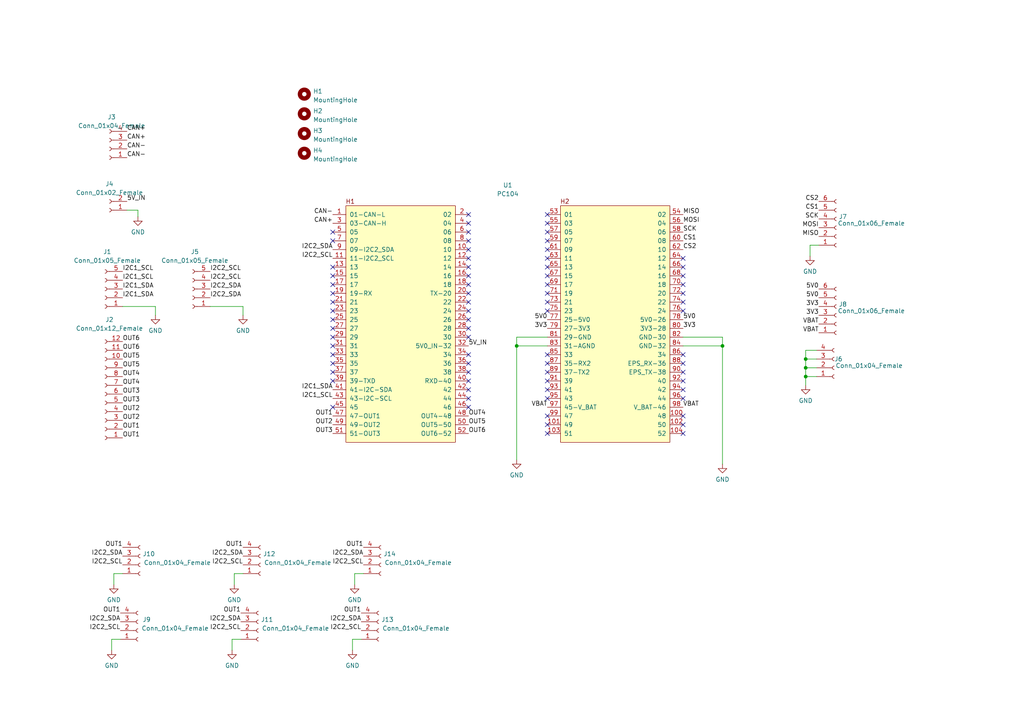
<source format=kicad_sch>
(kicad_sch (version 20211123) (generator eeschema)
  (paper "A4")
  (lib_symbols
    (symbol "Connector:Conn_01x02_Female" (pin_names (offset 1.016) hide)
      (property "Reference" "J" (at 0 2.54 0))
      (property "Value" "Conn_01x02_Female" (at 0 -5.08 0))
      (symbol "Conn_01x02_Female_1_1"
        (arc (start 0 -2.032) (mid -0.508 -2.54) (end 0 -3.048) (stroke (width 0.1524)))
        (polyline (pts (xy -1.27 -2.54) (xy -0.508 -2.54)) (stroke (width 0.1524)))
        (polyline (pts (xy -1.27 0) (xy -0.508 0)) (stroke (width 0.1524)))
        (arc (start 0 0.508) (mid -0.508 0) (end 0 -0.508) (stroke (width 0.1524)))
        (pin passive line (at -5.08 0 0) (length 3.81) (name "Pin_1") (number "1"))
        (pin passive line (at -5.08 -2.54 0) (length 3.81) (name "Pin_2") (number "2"))
      )
    )
    (symbol "Connector:Conn_01x04_Female" (pin_names (offset 1.016) hide)
      (property "Reference" "J" (at 0 5.08 0))
      (property "Value" "Conn_01x04_Female" (at 0 -7.62 0))
      (symbol "Conn_01x04_Female_1_1"
        (arc (start 0 -4.572) (mid -0.508 -5.08) (end 0 -5.588) (stroke (width 0.1524)))
        (arc (start 0 -2.032) (mid -0.508 -2.54) (end 0 -3.048) (stroke (width 0.1524)))
        (polyline (pts (xy -1.27 -5.08) (xy -0.508 -5.08)) (stroke (width 0.1524)))
        (polyline (pts (xy -1.27 -2.54) (xy -0.508 -2.54)) (stroke (width 0.1524)))
        (polyline (pts (xy -1.27 0) (xy -0.508 0)) (stroke (width 0.1524)))
        (polyline (pts (xy -1.27 2.54) (xy -0.508 2.54)) (stroke (width 0.1524)))
        (arc (start 0 0.508) (mid -0.508 0) (end 0 -0.508) (stroke (width 0.1524)))
        (arc (start 0 3.048) (mid -0.508 2.54) (end 0 2.032) (stroke (width 0.1524)))
        (pin passive line (at -5.08 2.54 0) (length 3.81) (name "Pin_1") (number "1"))
        (pin passive line (at -5.08 0 0) (length 3.81) (name "Pin_2") (number "2"))
        (pin passive line (at -5.08 -2.54 0) (length 3.81) (name "Pin_3") (number "3"))
        (pin passive line (at -5.08 -5.08 0) (length 3.81) (name "Pin_4") (number "4"))
      )
    )
    (symbol "Connector:Conn_01x05_Female" (pin_names (offset 1.016) hide)
      (property "Reference" "J" (at 0 7.62 0))
      (property "Value" "Conn_01x05_Female" (at 0 -7.62 0))
      (symbol "Conn_01x05_Female_1_1"
        (arc (start 0 -4.572) (mid -0.508 -5.08) (end 0 -5.588) (stroke (width 0.1524)))
        (arc (start 0 -2.032) (mid -0.508 -2.54) (end 0 -3.048) (stroke (width 0.1524)))
        (polyline (pts (xy -1.27 -5.08) (xy -0.508 -5.08)) (stroke (width 0.1524)))
        (polyline (pts (xy -1.27 -2.54) (xy -0.508 -2.54)) (stroke (width 0.1524)))
        (polyline (pts (xy -1.27 0) (xy -0.508 0)) (stroke (width 0.1524)))
        (polyline (pts (xy -1.27 2.54) (xy -0.508 2.54)) (stroke (width 0.1524)))
        (polyline (pts (xy -1.27 5.08) (xy -0.508 5.08)) (stroke (width 0.1524)))
        (arc (start 0 0.508) (mid -0.508 0) (end 0 -0.508) (stroke (width 0.1524)))
        (arc (start 0 3.048) (mid -0.508 2.54) (end 0 2.032) (stroke (width 0.1524)))
        (arc (start 0 5.588) (mid -0.508 5.08) (end 0 4.572) (stroke (width 0.1524)))
        (pin passive line (at -5.08 5.08 0) (length 3.81) (name "Pin_1") (number "1"))
        (pin passive line (at -5.08 2.54 0) (length 3.81) (name "Pin_2") (number "2"))
        (pin passive line (at -5.08 0 0) (length 3.81) (name "Pin_3") (number "3"))
        (pin passive line (at -5.08 -2.54 0) (length 3.81) (name "Pin_4") (number "4"))
        (pin passive line (at -5.08 -5.08 0) (length 3.81) (name "Pin_5") (number "5"))
      )
    )
    (symbol "Connector:Conn_01x06_Female" (pin_names (offset 1.016) hide)
      (property "Reference" "J" (at 0 7.62 0))
      (property "Value" "Conn_01x06_Female" (at 0 -10.16 0))
      (symbol "Conn_01x06_Female_1_1"
        (arc (start 0 -7.112) (mid -0.508 -7.62) (end 0 -8.128) (stroke (width 0.1524)))
        (arc (start 0 -4.572) (mid -0.508 -5.08) (end 0 -5.588) (stroke (width 0.1524)))
        (arc (start 0 -2.032) (mid -0.508 -2.54) (end 0 -3.048) (stroke (width 0.1524)))
        (polyline (pts (xy -1.27 -7.62) (xy -0.508 -7.62)) (stroke (width 0.1524)))
        (polyline (pts (xy -1.27 -5.08) (xy -0.508 -5.08)) (stroke (width 0.1524)))
        (polyline (pts (xy -1.27 -2.54) (xy -0.508 -2.54)) (stroke (width 0.1524)))
        (polyline (pts (xy -1.27 0) (xy -0.508 0)) (stroke (width 0.1524)))
        (polyline (pts (xy -1.27 2.54) (xy -0.508 2.54)) (stroke (width 0.1524)))
        (polyline (pts (xy -1.27 5.08) (xy -0.508 5.08)) (stroke (width 0.1524)))
        (arc (start 0 0.508) (mid -0.508 0) (end 0 -0.508) (stroke (width 0.1524)))
        (arc (start 0 3.048) (mid -0.508 2.54) (end 0 2.032) (stroke (width 0.1524)))
        (arc (start 0 5.588) (mid -0.508 5.08) (end 0 4.572) (stroke (width 0.1524)))
        (pin passive line (at -5.08 5.08 0) (length 3.81) (name "Pin_1") (number "1"))
        (pin passive line (at -5.08 2.54 0) (length 3.81) (name "Pin_2") (number "2"))
        (pin passive line (at -5.08 0 0) (length 3.81) (name "Pin_3") (number "3"))
        (pin passive line (at -5.08 -2.54 0) (length 3.81) (name "Pin_4") (number "4"))
        (pin passive line (at -5.08 -5.08 0) (length 3.81) (name "Pin_5") (number "5"))
        (pin passive line (at -5.08 -7.62 0) (length 3.81) (name "Pin_6") (number "6"))
      )
    )
    (symbol "Connector:Conn_01x12_Female" (pin_names (offset 1.016) hide)
      (property "Reference" "J" (at 0 15.24 0))
      (property "Value" "Conn_01x12_Female" (at 0 -17.78 0))
      (symbol "Conn_01x12_Female_1_1"
        (arc (start 0 -14.732) (mid -0.508 -15.24) (end 0 -15.748) (stroke (width 0.1524)))
        (arc (start 0 -12.192) (mid -0.508 -12.7) (end 0 -13.208) (stroke (width 0.1524)))
        (arc (start 0 -9.652) (mid -0.508 -10.16) (end 0 -10.668) (stroke (width 0.1524)))
        (arc (start 0 -7.112) (mid -0.508 -7.62) (end 0 -8.128) (stroke (width 0.1524)))
        (arc (start 0 -4.572) (mid -0.508 -5.08) (end 0 -5.588) (stroke (width 0.1524)))
        (arc (start 0 -2.032) (mid -0.508 -2.54) (end 0 -3.048) (stroke (width 0.1524)))
        (polyline (pts (xy -1.27 -15.24) (xy -0.508 -15.24)) (stroke (width 0.1524)))
        (polyline (pts (xy -1.27 -12.7) (xy -0.508 -12.7)) (stroke (width 0.1524)))
        (polyline (pts (xy -1.27 -10.16) (xy -0.508 -10.16)) (stroke (width 0.1524)))
        (polyline (pts (xy -1.27 -7.62) (xy -0.508 -7.62)) (stroke (width 0.1524)))
        (polyline (pts (xy -1.27 -5.08) (xy -0.508 -5.08)) (stroke (width 0.1524)))
        (polyline (pts (xy -1.27 -2.54) (xy -0.508 -2.54)) (stroke (width 0.1524)))
        (polyline (pts (xy -1.27 0) (xy -0.508 0)) (stroke (width 0.1524)))
        (polyline (pts (xy -1.27 2.54) (xy -0.508 2.54)) (stroke (width 0.1524)))
        (polyline (pts (xy -1.27 5.08) (xy -0.508 5.08)) (stroke (width 0.1524)))
        (polyline (pts (xy -1.27 7.62) (xy -0.508 7.62)) (stroke (width 0.1524)))
        (polyline (pts (xy -1.27 10.16) (xy -0.508 10.16)) (stroke (width 0.1524)))
        (polyline (pts (xy -1.27 12.7) (xy -0.508 12.7)) (stroke (width 0.1524)))
        (arc (start 0 0.508) (mid -0.508 0) (end 0 -0.508) (stroke (width 0.1524)))
        (arc (start 0 3.048) (mid -0.508 2.54) (end 0 2.032) (stroke (width 0.1524)))
        (arc (start 0 5.588) (mid -0.508 5.08) (end 0 4.572) (stroke (width 0.1524)))
        (arc (start 0 8.128) (mid -0.508 7.62) (end 0 7.112) (stroke (width 0.1524)))
        (arc (start 0 10.668) (mid -0.508 10.16) (end 0 9.652) (stroke (width 0.1524)))
        (arc (start 0 13.208) (mid -0.508 12.7) (end 0 12.192) (stroke (width 0.1524)))
        (pin passive line (at -5.08 12.7 0) (length 3.81) (name "Pin_1") (number "1"))
        (pin passive line (at -5.08 -10.16 0) (length 3.81) (name "Pin_10") (number "10"))
        (pin passive line (at -5.08 -12.7 0) (length 3.81) (name "Pin_11") (number "11"))
        (pin passive line (at -5.08 -15.24 0) (length 3.81) (name "Pin_12") (number "12"))
        (pin passive line (at -5.08 10.16 0) (length 3.81) (name "Pin_2") (number "2"))
        (pin passive line (at -5.08 7.62 0) (length 3.81) (name "Pin_3") (number "3"))
        (pin passive line (at -5.08 5.08 0) (length 3.81) (name "Pin_4") (number "4"))
        (pin passive line (at -5.08 2.54 0) (length 3.81) (name "Pin_5") (number "5"))
        (pin passive line (at -5.08 0 0) (length 3.81) (name "Pin_6") (number "6"))
        (pin passive line (at -5.08 -2.54 0) (length 3.81) (name "Pin_7") (number "7"))
        (pin passive line (at -5.08 -5.08 0) (length 3.81) (name "Pin_8") (number "8"))
        (pin passive line (at -5.08 -7.62 0) (length 3.81) (name "Pin_9") (number "9"))
      )
    )
    (symbol "Mechanical:MountingHole" (pin_names (offset 1.016))
      (property "Reference" "H" (at 0 5.08 0))
      (property "Value" "MountingHole" (at 0 3.175 0))
      (symbol "MountingHole_0_1"
        (circle (center 0 0) (radius 1.27) (stroke (width 1.27)))
      )
    )
    (symbol "cubesat_obc_lib:PC104" (pin_names (offset 1.016))
      (property "Reference" "U" (at 44.45 34.29 0))
      (property "Value" "PC104" (at 43.18 -36.83 0))
      (symbol "PC104_0_0"
        (text "H1" (at -45.72 34.29 0) (effects (font (size 1.27 1.27))))
        (text "H2" (at 16.51 34.29 0) (effects (font (size 1.27 1.27))))
      )
      (symbol "PC104_0_1"
        (rectangle (start -46.99 33.02) (end -15.24 -35.56) (fill (type background)))
        (rectangle (start 15.24 -35.56) (end 46.99 33.02) (fill (type background)))
      )
      (symbol "PC104_1_1"
        (pin bidirectional line (at -50.8 30.48 0) (length 3.81) (name "01-CAN-L") (number "1"))
        (pin input line (at -11.43 20.32 180) (length 3.81) (name "10") (number "10"))
        (pin output line (at 50.8 -27.94 180) (length 3.81) (name "48") (number "100"))
        (pin output line (at 11.43 -30.48 0) (length 3.81) (name "49") (number "101"))
        (pin output line (at 50.8 -30.48 180) (length 3.81) (name "50") (number "102"))
        (pin output line (at 11.43 -33.02 0) (length 3.81) (name "51") (number "103"))
        (pin output line (at 50.8 -33.02 180) (length 3.81) (name "52") (number "104"))
        (pin input line (at -50.8 17.78 0) (length 3.81) (name "11-I2C2_SCL") (number "11"))
        (pin input line (at -11.43 17.78 180) (length 3.81) (name "12") (number "12"))
        (pin input line (at -50.8 15.24 0) (length 3.81) (name "13") (number "13"))
        (pin input line (at -11.43 15.24 180) (length 3.81) (name "14") (number "14"))
        (pin input line (at -50.8 12.7 0) (length 3.81) (name "15") (number "15"))
        (pin input line (at -11.43 12.7 180) (length 3.81) (name "16") (number "16"))
        (pin input line (at -50.8 10.16 0) (length 3.81) (name "17") (number "17"))
        (pin input line (at -11.43 10.16 180) (length 3.81) (name "18") (number "18"))
        (pin input line (at -50.8 7.62 0) (length 3.81) (name "19-RX") (number "19"))
        (pin input line (at -11.43 30.48 180) (length 3.81) (name "02") (number "2"))
        (pin output line (at -11.43 7.62 180) (length 3.81) (name "TX-20") (number "20"))
        (pin input line (at -50.8 5.08 0) (length 3.81) (name "21") (number "21"))
        (pin input line (at -11.43 5.08 180) (length 3.81) (name "22") (number "22"))
        (pin input line (at -50.8 2.54 0) (length 3.81) (name "23") (number "23"))
        (pin input line (at -11.43 2.54 180) (length 3.81) (name "24") (number "24"))
        (pin input line (at -50.8 0 0) (length 3.81) (name "25") (number "25"))
        (pin input line (at -11.43 0 180) (length 3.81) (name "26") (number "26"))
        (pin input line (at -50.8 -2.54 0) (length 3.81) (name "27") (number "27"))
        (pin input line (at -11.43 -2.54 180) (length 3.81) (name "28") (number "28"))
        (pin input line (at -50.8 -5.08 0) (length 3.81) (name "29") (number "29"))
        (pin bidirectional line (at -50.8 27.94 0) (length 3.81) (name "03-CAN-H") (number "3"))
        (pin input line (at -11.43 -5.08 180) (length 3.81) (name "30") (number "30"))
        (pin input line (at -50.8 -7.62 0) (length 3.81) (name "31") (number "31"))
        (pin input line (at -11.43 -7.62 180) (length 3.81) (name "5V0_IN-32") (number "32"))
        (pin input line (at -50.8 -10.16 0) (length 3.81) (name "33") (number "33"))
        (pin input line (at -11.43 -10.16 180) (length 3.81) (name "34") (number "34"))
        (pin input line (at -50.8 -12.7 0) (length 3.81) (name "35") (number "35"))
        (pin input line (at -11.43 -12.7 180) (length 3.81) (name "36") (number "36"))
        (pin input line (at -50.8 -15.24 0) (length 3.81) (name "37") (number "37"))
        (pin input line (at -11.43 -15.24 180) (length 3.81) (name "38") (number "38"))
        (pin output line (at -50.8 -17.78 0) (length 3.81) (name "39-TXD") (number "39"))
        (pin input line (at -11.43 27.94 180) (length 3.81) (name "04") (number "4"))
        (pin input line (at -11.43 -17.78 180) (length 3.81) (name "RXD-40") (number "40"))
        (pin bidirectional line (at -50.8 -20.32 0) (length 3.81) (name "41-I2C-SDA") (number "41"))
        (pin input line (at -11.43 -20.32 180) (length 3.81) (name "42") (number "42"))
        (pin input line (at -50.8 -22.86 0) (length 3.81) (name "43-I2C-SCL") (number "43"))
        (pin input line (at -11.43 -22.86 180) (length 3.81) (name "44") (number "44"))
        (pin input line (at -50.8 -25.4 0) (length 3.81) (name "45") (number "45"))
        (pin input line (at -11.43 -25.4 180) (length 3.81) (name "46") (number "46"))
        (pin output line (at -50.8 -27.94 0) (length 3.81) (name "47-OUT1") (number "47"))
        (pin output line (at -11.43 -27.94 180) (length 3.81) (name "OUT4-48") (number "48"))
        (pin output line (at -50.8 -30.48 0) (length 3.81) (name "49-OUT2") (number "49"))
        (pin input line (at -50.8 25.4 0) (length 3.81) (name "05") (number "5"))
        (pin output line (at -11.43 -30.48 180) (length 3.81) (name "OUT5-50") (number "50"))
        (pin output line (at -50.8 -33.02 0) (length 3.81) (name "51-OUT3") (number "51"))
        (pin output line (at -11.43 -33.02 180) (length 3.81) (name "OUT6-52") (number "52"))
        (pin output line (at 11.43 30.48 0) (length 3.81) (name "01") (number "53"))
        (pin output line (at 50.8 30.48 180) (length 3.81) (name "02") (number "54"))
        (pin output line (at 11.43 27.94 0) (length 3.81) (name "03") (number "55"))
        (pin output line (at 50.8 27.94 180) (length 3.81) (name "04") (number "56"))
        (pin output line (at 11.43 25.4 0) (length 3.81) (name "05") (number "57"))
        (pin output line (at 50.8 25.4 180) (length 3.81) (name "06") (number "58"))
        (pin output line (at 11.43 22.86 0) (length 3.81) (name "07") (number "59"))
        (pin input line (at -11.43 25.4 180) (length 3.81) (name "06") (number "6"))
        (pin output line (at 50.8 22.86 180) (length 3.81) (name "08") (number "60"))
        (pin output line (at 11.43 20.32 0) (length 3.81) (name "09") (number "61"))
        (pin output line (at 50.8 20.32 180) (length 3.81) (name "10") (number "62"))
        (pin output line (at 11.43 17.78 0) (length 3.81) (name "11") (number "63"))
        (pin output line (at 50.8 17.78 180) (length 3.81) (name "12") (number "64"))
        (pin output line (at 11.43 15.24 0) (length 3.81) (name "13") (number "65"))
        (pin output line (at 50.8 15.24 180) (length 3.81) (name "14") (number "66"))
        (pin output line (at 11.43 12.7 0) (length 3.81) (name "15") (number "67"))
        (pin output line (at 50.8 12.7 180) (length 3.81) (name "16") (number "68"))
        (pin output line (at 11.43 10.16 0) (length 3.81) (name "17") (number "69"))
        (pin input line (at -50.8 22.86 0) (length 3.81) (name "07") (number "7"))
        (pin output line (at 50.8 10.16 180) (length 3.81) (name "18") (number "70"))
        (pin output line (at 11.43 7.62 0) (length 3.81) (name "19") (number "71"))
        (pin output line (at 50.8 7.62 180) (length 3.81) (name "20") (number "72"))
        (pin output line (at 11.43 5.08 0) (length 3.81) (name "21") (number "73"))
        (pin output line (at 50.8 5.08 180) (length 3.81) (name "22") (number "74"))
        (pin output line (at 11.43 2.54 0) (length 3.81) (name "23") (number "75"))
        (pin output line (at 50.8 2.54 180) (length 3.81) (name "24") (number "76"))
        (pin output line (at 11.43 0 0) (length 3.81) (name "25-5V0") (number "77"))
        (pin output line (at 50.8 0 180) (length 3.81) (name "5V0-26") (number "78"))
        (pin output line (at 11.43 -2.54 0) (length 3.81) (name "27-3V3") (number "79"))
        (pin input line (at -11.43 22.86 180) (length 3.81) (name "08") (number "8"))
        (pin output line (at 50.8 -2.54 180) (length 3.81) (name "3V3-28") (number "80"))
        (pin output line (at 11.43 -5.08 0) (length 3.81) (name "29-GND") (number "81"))
        (pin output line (at 50.8 -5.08 180) (length 3.81) (name "GND-30") (number "82"))
        (pin output line (at 11.43 -7.62 0) (length 3.81) (name "31-AGND") (number "83"))
        (pin output line (at 50.8 -7.62 180) (length 3.81) (name "GND-32") (number "84"))
        (pin output line (at 11.43 -10.16 0) (length 3.81) (name "33") (number "85"))
        (pin output line (at 50.8 -10.16 180) (length 3.81) (name "34") (number "86"))
        (pin input line (at 11.43 -12.7 0) (length 3.81) (name "35-RX2") (number "87"))
        (pin input line (at 50.8 -12.7 180) (length 3.81) (name "EPS_RX-36") (number "88"))
        (pin output line (at 11.43 -15.24 0) (length 3.81) (name "37-TX2") (number "89"))
        (pin bidirectional line (at -50.8 20.32 0) (length 3.81) (name "09-I2C2_SDA") (number "9"))
        (pin output line (at 50.8 -15.24 180) (length 3.81) (name "EPS_TX-38") (number "90"))
        (pin output line (at 11.43 -17.78 0) (length 3.81) (name "39") (number "91"))
        (pin output line (at 50.8 -17.78 180) (length 3.81) (name "40") (number "92"))
        (pin output line (at 11.43 -20.32 0) (length 3.81) (name "41") (number "93"))
        (pin output line (at 50.8 -20.32 180) (length 3.81) (name "42") (number "94"))
        (pin output line (at 11.43 -22.86 0) (length 3.81) (name "43") (number "95"))
        (pin output line (at 50.8 -22.86 180) (length 3.81) (name "44") (number "96"))
        (pin output line (at 11.43 -25.4 0) (length 3.81) (name "45-V_BAT") (number "97"))
        (pin output line (at 50.8 -25.4 180) (length 3.81) (name "V_BAT-46") (number "98"))
        (pin output line (at 11.43 -27.94 0) (length 3.81) (name "47") (number "99"))
      )
    )
    (symbol "power:GND" (power) (pin_names (offset 0))
      (property "Value" "GND" (at 0 -3.81 0))
      (symbol "GND_0_1"
        (polyline (pts (xy 0 0) (xy 0 -1.27) (xy 1.27 -1.27) (xy 0 -2.54) (xy -1.27 -1.27) (xy 0 -1.27)))
      )
      (symbol "GND_1_1"
        (pin power_in line (at 0 0 270) (length 0) hide (name "GND") (number "1"))
      )
    )
  )
  (junction (at 149.86 100.33))
  (junction (at 233.68 104.14))
  (junction (at 233.68 106.68))
  (junction (at 233.68 109.22))
  (junction (at 209.55 100.33))
  (no_connect (at 198.12 102.87))
  (no_connect (at 198.12 74.93))
  (no_connect (at 198.12 77.47))
  (no_connect (at 198.12 80.01))
  (no_connect (at 198.12 82.55))
  (no_connect (at 198.12 85.09))
  (no_connect (at 198.12 87.63))
  (no_connect (at 198.12 90.17))
  (no_connect (at 198.12 120.65))
  (no_connect (at 198.12 123.19))
  (no_connect (at 198.12 125.73))
  (no_connect (at 198.12 105.41))
  (no_connect (at 198.12 107.95))
  (no_connect (at 198.12 110.49))
  (no_connect (at 198.12 113.03))
  (no_connect (at 198.12 115.57))
  (no_connect (at 158.75 125.73))
  (no_connect (at 158.75 102.87))
  (no_connect (at 158.75 105.41))
  (no_connect (at 158.75 107.95))
  (no_connect (at 158.75 110.49))
  (no_connect (at 158.75 113.03))
  (no_connect (at 158.75 115.57))
  (no_connect (at 158.75 120.65))
  (no_connect (at 158.75 123.19))
  (no_connect (at 158.75 87.63))
  (no_connect (at 158.75 90.17))
  (no_connect (at 158.75 64.77))
  (no_connect (at 158.75 67.31))
  (no_connect (at 158.75 69.85))
  (no_connect (at 158.75 72.39))
  (no_connect (at 158.75 74.93))
  (no_connect (at 158.75 77.47))
  (no_connect (at 158.75 80.01))
  (no_connect (at 158.75 82.55))
  (no_connect (at 158.75 85.09))
  (no_connect (at 135.89 118.11))
  (no_connect (at 135.89 115.57))
  (no_connect (at 135.89 113.03))
  (no_connect (at 135.89 110.49))
  (no_connect (at 135.89 107.95))
  (no_connect (at 135.89 105.41))
  (no_connect (at 135.89 102.87))
  (no_connect (at 135.89 97.79))
  (no_connect (at 135.89 95.25))
  (no_connect (at 135.89 92.71))
  (no_connect (at 135.89 90.17))
  (no_connect (at 135.89 87.63))
  (no_connect (at 96.52 77.47))
  (no_connect (at 96.52 80.01))
  (no_connect (at 96.52 82.55))
  (no_connect (at 96.52 85.09))
  (no_connect (at 96.52 67.31))
  (no_connect (at 96.52 69.85))
  (no_connect (at 96.52 87.63))
  (no_connect (at 96.52 90.17))
  (no_connect (at 96.52 105.41))
  (no_connect (at 96.52 107.95))
  (no_connect (at 96.52 110.49))
  (no_connect (at 96.52 118.11))
  (no_connect (at 96.52 92.71))
  (no_connect (at 96.52 95.25))
  (no_connect (at 96.52 97.79))
  (no_connect (at 96.52 100.33))
  (no_connect (at 96.52 102.87))
  (no_connect (at 135.89 85.09))
  (no_connect (at 135.89 82.55))
  (no_connect (at 135.89 80.01))
  (no_connect (at 135.89 77.47))
  (no_connect (at 135.89 74.93))
  (no_connect (at 135.89 72.39))
  (no_connect (at 135.89 69.85))
  (no_connect (at 135.89 67.31))
  (no_connect (at 135.89 64.77))
  (no_connect (at 135.89 62.23))
  (no_connect (at 158.75 62.23))
  (wire (pts (xy 209.55 134.62) (xy 209.55 100.33)))
  (wire (pts (xy 69.85 185.42) (xy 67.31 185.42)))
  (wire (pts (xy 70.485 91.44) (xy 70.485 88.9)))
  (wire (pts (xy 149.86 100.33) (xy 158.75 100.33)))
  (wire (pts (xy 233.68 101.6) (xy 236.855 101.6)))
  (wire (pts (xy 233.68 109.22) (xy 233.68 106.68)))
  (wire (pts (xy 104.775 185.42) (xy 102.235 185.42)))
  (wire (pts (xy 105.41 166.37) (xy 102.87 166.37)))
  (wire (pts (xy 149.86 97.79) (xy 158.75 97.79)))
  (wire (pts (xy 70.485 88.9) (xy 60.96 88.9)))
  (wire (pts (xy 67.31 185.42) (xy 67.31 188.595)))
  (wire (pts (xy 102.87 166.37) (xy 102.87 169.545)))
  (wire (pts (xy 233.68 104.14) (xy 233.68 101.6)))
  (wire (pts (xy 233.68 104.14) (xy 236.855 104.14)))
  (wire (pts (xy 209.55 100.33) (xy 209.55 97.79)))
  (wire (pts (xy 233.68 111.76) (xy 233.68 109.22)))
  (wire (pts (xy 70.485 166.37) (xy 67.945 166.37)))
  (wire (pts (xy 233.68 106.68) (xy 236.855 106.68)))
  (wire (pts (xy 45.085 88.9) (xy 35.56 88.9)))
  (wire (pts (xy 34.925 185.42) (xy 32.385 185.42)))
  (wire (pts (xy 40.005 62.865) (xy 40.005 60.96)))
  (wire (pts (xy 233.68 106.68) (xy 233.68 104.14)))
  (wire (pts (xy 102.235 185.42) (xy 102.235 188.595)))
  (wire (pts (xy 67.945 166.37) (xy 67.945 169.545)))
  (wire (pts (xy 32.385 185.42) (xy 32.385 188.595)))
  (wire (pts (xy 233.68 109.22) (xy 236.855 109.22)))
  (wire (pts (xy 149.86 133.35) (xy 149.86 100.33)))
  (wire (pts (xy 198.12 100.33) (xy 209.55 100.33)))
  (wire (pts (xy 149.86 100.33) (xy 149.86 97.79)))
  (wire (pts (xy 35.56 166.37) (xy 33.02 166.37)))
  (wire (pts (xy 45.085 91.44) (xy 45.085 88.9)))
  (wire (pts (xy 237.49 71.12) (xy 234.95 71.12)))
  (wire (pts (xy 209.55 97.79) (xy 198.12 97.79)))
  (wire (pts (xy 234.95 71.12) (xy 234.95 74.295)))
  (wire (pts (xy 40.005 60.96) (xy 36.83 60.96)))
  (wire (pts (xy 33.02 166.37) (xy 33.02 169.545)))
  (label "5V_IN" (at 36.83 58.42 0))
  (label "I2C2_SDA" (at 35.56 161.29 180))
  (label "I2C2_SDA" (at 105.41 161.29 180))
  (label "I2C2_SCL" (at 96.52 74.93 180))
  (label "MISO" (at 198.12 62.23 0))
  (label "OUT6" (at 35.56 99.06 0))
  (label "OUT4" (at 35.56 111.76 0))
  (label "SCK" (at 198.12 67.31 0))
  (label "I2C2_SCL" (at 60.96 78.74 0))
  (label "CAN+" (at 36.83 40.64 0))
  (label "CS1" (at 237.49 60.96 180))
  (label "OUT1" (at 35.56 127 0))
  (label "I2C1_SCL" (at 35.56 81.28 0))
  (label "CS1" (at 198.12 69.85 0))
  (label "I2C2_SCL" (at 70.485 163.83 180))
  (label "OUT1" (at 69.85 177.8 180))
  (label "OUT2" (at 35.56 119.38 0))
  (label "OUT1" (at 105.41 158.75 180))
  (label "I2C2_SDA" (at 96.52 72.39 180))
  (label "I2C1_SCL" (at 35.56 78.74 0))
  (label "OUT1" (at 35.56 124.46 0))
  (label "OUT6" (at 135.89 125.73 0))
  (label "5V0" (at 237.49 86.36 180))
  (label "VBAT" (at 198.12 118.11 0))
  (label "VBAT" (at 237.49 96.52 180))
  (label "OUT4" (at 35.56 109.22 0))
  (label "5V0" (at 237.49 83.82 180))
  (label "CAN-" (at 36.83 43.18 0))
  (label "CAN-" (at 36.83 45.72 0))
  (label "VBAT" (at 158.75 118.11 180))
  (label "5V0" (at 158.75 92.71 180))
  (label "OUT3" (at 35.56 116.84 0))
  (label "I2C2_SCL" (at 60.96 81.28 0))
  (label "OUT6" (at 35.56 101.6 0))
  (label "VBAT" (at 237.49 93.98 180))
  (label "OUT2" (at 35.56 121.92 0))
  (label "I2C2_SCL" (at 104.775 182.88 180))
  (label "I2C2_SCL" (at 69.85 182.88 180))
  (label "OUT4" (at 135.89 120.65 0))
  (label "SCK" (at 237.49 63.5 180))
  (label "I2C2_SCL" (at 35.56 163.83 180))
  (label "I2C1_SDA" (at 96.52 113.03 180))
  (label "CAN-" (at 96.52 62.23 180))
  (label "OUT5" (at 135.89 123.19 0))
  (label "I2C1_SDA" (at 35.56 83.82 0))
  (label "3V3" (at 237.49 88.9 180))
  (label "MOSI" (at 237.49 66.04 180))
  (label "OUT1" (at 35.56 158.75 180))
  (label "I2C2_SCL" (at 34.925 182.88 180))
  (label "I2C2_SDA" (at 34.925 180.34 180))
  (label "OUT5" (at 35.56 104.14 0))
  (label "CS2" (at 237.49 58.42 180))
  (label "5V_IN" (at 135.89 100.33 0))
  (label "OUT3" (at 96.52 125.73 180))
  (label "CAN+" (at 96.52 64.77 180))
  (label "OUT1" (at 34.925 177.8 180))
  (label "OUT2" (at 96.52 123.19 180))
  (label "5V0" (at 198.12 92.71 0))
  (label "OUT1" (at 104.775 177.8 180))
  (label "CAN+" (at 36.83 38.1 0))
  (label "I2C2_SDA" (at 60.96 83.82 0))
  (label "OUT1" (at 96.52 120.65 180))
  (label "I2C1_SDA" (at 35.56 86.36 0))
  (label "I2C2_SDA" (at 70.485 161.29 180))
  (label "OUT5" (at 35.56 106.68 0))
  (label "3V3" (at 158.75 95.25 180))
  (label "I2C2_SDA" (at 104.775 180.34 180))
  (label "MOSI" (at 198.12 64.77 0))
  (label "3V3" (at 198.12 95.25 0))
  (label "I2C2_SDA" (at 60.96 86.36 0))
  (label "3V3" (at 237.49 91.44 180))
  (label "MISO" (at 237.49 68.58 180))
  (label "I2C2_SCL" (at 105.41 163.83 180))
  (label "CS2" (at 198.12 72.39 0))
  (label "OUT3" (at 35.56 114.3 0))
  (label "OUT1" (at 70.485 158.75 180))
  (label "I2C2_SDA" (at 69.85 180.34 180))
  (label "I2C1_SCL" (at 96.52 115.57 180))
  (symbol (lib_id "power:GND") (at 33.02 169.545 0) (unit 1)
    (property "Reference" "#PWR0106" (effects hide))
    (property "Value" "GND" (at 33.02 173.9884 0))
  )
  (symbol (lib_id "Connector:Conn_01x04_Female") (at 110.49 163.83 0) (mirror x) (unit 1)
    (property "Reference" "J14" (at 113.03 160.655 0))
    (property "Value" "Conn_01x04_Female" (at 121.285 163.1919 0))
    (property "Footprint" "Connector_Molex:Molex_PicoBlade_53398-0471_1x04-1MP_P1.25mm_Vertical" (effects hide))
  )
  (symbol (lib_id "Connector:Conn_01x04_Female") (at 75.565 163.83 0) (mirror x) (unit 1)
    (property "Reference" "J12" (at 78.105 160.655 0))
    (property "Value" "Conn_01x04_Female" (at 86.36 163.1919 0))
    (property "Footprint" "Connector_Molex:Molex_PicoBlade_53398-0471_1x04-1MP_P1.25mm_Vertical" (effects hide))
  )
  (symbol (lib_id "power:GND") (at 40.005 62.865 0) (unit 1)
    (property "Reference" "#PWR01" (effects hide))
    (property "Value" "GND" (at 40.005 67.3084 0))
  )
  (symbol (lib_id "power:GND") (at 102.87 169.545 0) (unit 1)
    (property "Reference" "#PWR0104" (effects hide))
    (property "Value" "GND" (at 102.87 173.9884 0))
  )
  (symbol (lib_id "power:GND") (at 209.55 134.62 0) (unit 1)
    (property "Reference" "#PWR05" (effects hide))
    (property "Value" "GND" (at 209.55 139.0634 0))
  )
  (symbol (lib_id "power:GND") (at 70.485 91.44 0) (unit 1)
    (property "Reference" "#PWR03" (effects hide))
    (property "Value" "GND" (at 70.485 95.8834 0))
  )
  (symbol (lib_id "power:GND") (at 45.085 91.44 0) (unit 1)
    (property "Reference" "#PWR02" (effects hide))
    (property "Value" "GND" (at 45.085 95.8834 0))
  )
  (symbol (lib_id "Mechanical:MountingHole") (at 88.265 38.735 0) (unit 1)
    (property "Reference" "H3" (at 90.805 37.9003 0) (effects (justify left)))
    (property "Value" "MountingHole" (at 90.805 40.4372 0) (effects (justify left)))
    (property "Footprint" "MountingHole:MountingHole_3.2mm_M3_DIN965_Pad" (effects hide))
  )
  (symbol (lib_id "Connector:Conn_01x02_Female") (at 31.75 60.96 180) (unit 1)
    (property "Reference" "J4" (at 31.75 53.34 0))
    (property "Value" "Conn_01x02_Female" (at 31.75 55.8769 0))
    (property "Footprint" "Connector_Molex:Molex_PicoBlade_53261-0271_1x02-1MP_P1.25mm_Horizontal" (effects hide))
  )
  (symbol (lib_id "Connector:Conn_01x04_Female") (at 40.005 182.88 0) (mirror x) (unit 1)
    (property "Reference" "J9" (at 42.545 179.705 0))
    (property "Value" "Conn_01x04_Female" (at 50.8 182.2419 0))
    (property "Footprint" "Connector_Molex:Molex_PicoBlade_53398-0471_1x04-1MP_P1.25mm_Vertical" (effects hide))
  )
  (symbol (lib_id "power:GND") (at 149.86 133.35 0) (unit 1)
    (property "Reference" "#PWR04" (effects hide))
    (property "Value" "GND" (at 149.86 137.7934 0))
  )
  (symbol (lib_id "power:GND") (at 67.945 169.545 0) (unit 1)
    (property "Reference" "#PWR0102" (effects hide))
    (property "Value" "GND" (at 67.945 173.9884 0))
  )
  (symbol (lib_id "Connector:Conn_01x04_Female") (at 109.855 182.88 0) (mirror x) (unit 1)
    (property "Reference" "J13" (at 112.395 179.705 0))
    (property "Value" "Conn_01x04_Female" (at 120.65 182.2419 0))
    (property "Footprint" "Connector_Molex:Molex_PicoBlade_53398-0471_1x04-1MP_P1.25mm_Vertical" (effects hide))
  )
  (symbol (lib_id "Connector:Conn_01x12_Female") (at 30.48 114.3 180) (unit 1)
    (property "Reference" "J2" (at 31.75 92.7131 0))
    (property "Value" "Conn_01x12_Female" (at 31.75 95.25 0))
    (property "Footprint" "Connector_Molex:Molex_PicoBlade_53261-1271_1x12-1MP_P1.25mm_Horizontal" (effects hide))
  )
  (symbol (lib_id "power:GND") (at 67.31 188.595 0) (unit 1)
    (property "Reference" "#PWR0103" (effects hide))
    (property "Value" "GND" (at 67.31 193.0384 0))
  )
  (symbol (lib_id "power:GND") (at 234.95 74.295 0) (unit 1)
    (property "Reference" "#PWR07" (effects hide))
    (property "Value" "GND" (at 234.95 78.7384 0))
  )
  (symbol (lib_id "power:GND") (at 102.235 188.595 0) (unit 1)
    (property "Reference" "#PWR0105" (effects hide))
    (property "Value" "GND" (at 102.235 193.0384 0))
  )
  (symbol (lib_id "Mechanical:MountingHole") (at 88.265 27.305 0) (unit 1)
    (property "Reference" "H1" (at 90.805 26.4703 0) (effects (justify left)))
    (property "Value" "MountingHole" (at 90.805 29.0072 0) (effects (justify left)))
    (property "Footprint" "MountingHole:MountingHole_3.2mm_M3_DIN965_Pad" (effects hide))
  )
  (symbol (lib_id "cubesat_obc_lib:PC104") (at 147.32 92.71 0) (unit 1)
    (property "Reference" "U1" (at 147.2803 53.7057 0))
    (property "Value" "PC104" (at 147.2803 56.2426 0))
    (property "Footprint" "cubesat_obc:PC104-Standard" (effects hide))
  )
  (symbol (lib_id "Connector:Conn_01x06_Female") (at 242.57 66.04 0) (mirror x) (unit 1)
    (property "Reference" "J7" (at 244.475 62.865 0))
    (property "Value" "Conn_01x06_Female" (at 252.73 64.77 0))
    (property "Footprint" "Connector_Molex:Molex_PicoBlade_53261-0671_1x06-1MP_P1.25mm_Horizontal" (effects hide))
  )
  (symbol (lib_id "Connector:Conn_01x05_Female") (at 30.48 83.82 180) (unit 1)
    (property "Reference" "J1" (at 31.115 73.025 0))
    (property "Value" "Conn_01x05_Female" (at 31.115 75.5619 0))
    (property "Footprint" "Connector_Molex:Molex_PicoBlade_53261-0571_1x05-1MP_P1.25mm_Horizontal" (effects hide))
  )
  (symbol (lib_id "power:GND") (at 32.385 188.595 0) (unit 1)
    (property "Reference" "#PWR0101" (effects hide))
    (property "Value" "GND" (at 32.385 193.0384 0))
  )
  (symbol (lib_id "Mechanical:MountingHole") (at 88.265 33.02 0) (unit 1)
    (property "Reference" "H2" (at 90.805 32.1853 0) (effects (justify left)))
    (property "Value" "MountingHole" (at 90.805 34.7222 0) (effects (justify left)))
    (property "Footprint" "MountingHole:MountingHole_3.2mm_M3_DIN965_Pad" (effects hide))
  )
  (symbol (lib_id "Connector:Conn_01x04_Female") (at 31.75 43.18 180) (unit 1)
    (property "Reference" "J3" (at 32.385 33.943 0))
    (property "Value" "Conn_01x04_Female" (at 32.385 36.4799 0))
    (property "Footprint" "Connector_Molex:Molex_PicoBlade_53261-0471_1x04-1MP_P1.25mm_Horizontal" (effects hide))
  )
  (symbol (lib_id "Connector:Conn_01x05_Female") (at 55.88 83.82 180) (unit 1)
    (property "Reference" "J5" (at 56.515 73.025 0))
    (property "Value" "Conn_01x05_Female" (at 56.515 75.5619 0))
    (property "Footprint" "Connector_Molex:Molex_PicoBlade_53261-0571_1x05-1MP_P1.25mm_Horizontal" (effects hide))
  )
  (symbol (lib_id "Connector:Conn_01x04_Female") (at 40.64 163.83 0) (mirror x) (unit 1)
    (property "Reference" "J10" (at 43.18 160.655 0))
    (property "Value" "Conn_01x04_Female" (at 51.435 163.1919 0))
    (property "Footprint" "Connector_Molex:Molex_PicoBlade_53398-0471_1x04-1MP_P1.25mm_Vertical" (effects hide))
  )
  (symbol (lib_id "Connector:Conn_01x06_Female") (at 242.57 91.44 0) (mirror x) (unit 1)
    (property "Reference" "J8" (at 244.475 88.265 0))
    (property "Value" "Conn_01x06_Female" (at 252.73 90.17 0))
    (property "Footprint" "Connector_Molex:Molex_PicoBlade_53261-0671_1x06-1MP_P1.25mm_Horizontal" (effects hide))
  )
  (symbol (lib_id "Connector:Conn_01x04_Female") (at 74.93 182.88 0) (mirror x) (unit 1)
    (property "Reference" "J11" (at 77.47 179.705 0))
    (property "Value" "Conn_01x04_Female" (at 85.725 182.2419 0))
    (property "Footprint" "Connector_Molex:Molex_PicoBlade_53398-0471_1x04-1MP_P1.25mm_Vertical" (effects hide))
  )
  (symbol (lib_id "power:GND") (at 233.68 111.76 0) (unit 1)
    (property "Reference" "#PWR06" (effects hide))
    (property "Value" "GND" (at 233.68 116.2034 0))
  )
  (symbol (lib_id "Mechanical:MountingHole") (at 88.265 44.45 0) (unit 1)
    (property "Reference" "H4" (at 90.805 43.6153 0) (effects (justify left)))
    (property "Value" "MountingHole" (at 90.805 46.1522 0) (effects (justify left)))
    (property "Footprint" "MountingHole:MountingHole_3.2mm_M3_DIN965_Pad" (effects hide))
  )
  (symbol (lib_id "Connector:Conn_01x04_Female") (at 241.935 106.68 0) (mirror x) (unit 1)
    (property "Reference" "J6" (at 243.205 104.14 0))
    (property "Value" "Conn_01x04_Female" (at 252.095 106.045 0))
    (property "Footprint" "Connector_Molex:Molex_PicoBlade_53261-0471_1x04-1MP_P1.25mm_Horizontal" (effects hide))
  )
)
</source>
